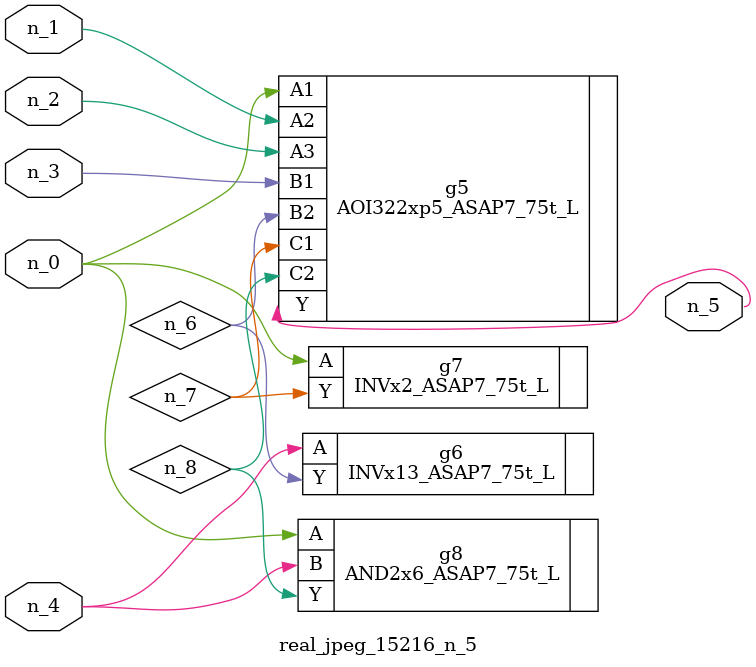
<source format=v>
module real_jpeg_15216_n_5 (n_4, n_0, n_1, n_2, n_3, n_5);

input n_4;
input n_0;
input n_1;
input n_2;
input n_3;

output n_5;

wire n_8;
wire n_6;
wire n_7;

AOI322xp5_ASAP7_75t_L g5 ( 
.A1(n_0),
.A2(n_1),
.A3(n_2),
.B1(n_3),
.B2(n_6),
.C1(n_7),
.C2(n_8),
.Y(n_5)
);

INVx2_ASAP7_75t_L g7 ( 
.A(n_0),
.Y(n_7)
);

AND2x6_ASAP7_75t_L g8 ( 
.A(n_0),
.B(n_4),
.Y(n_8)
);

INVx13_ASAP7_75t_L g6 ( 
.A(n_4),
.Y(n_6)
);


endmodule
</source>
